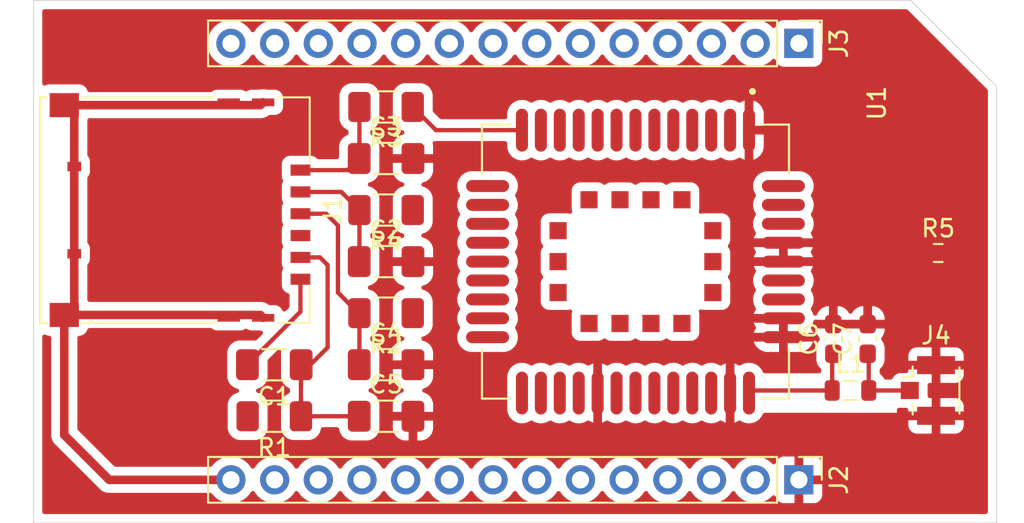
<source format=kicad_pcb>
(kicad_pcb (version 20211014) (generator pcbnew)
  (layers (0 "F.Cu" signal) (31 "B.Cu" signal) (34 "B.Paste" user) (35 "F.Paste" user) (36 "B.SilkS" user "B.Silkscreen") (37 "F.SilkS" user "F.Silkscreen") (38 "B.Mask" user) (39 "F.Mask" user) (44 "Edge.Cuts" user))
  (net 0 "")
  (net 2 "Net-(U1-Pad2)")
  (net 3 "GNDPWR")
  (net 16 "+3V3")
  (net 17 "SIM_VDD")
  (net 50 "GND")
  (net 51 "Net-(C2-Pad1)")
  (net 52 "Net-(C3-Pad1)")
  (net 53 "SIM_GND")
  (net 54 "Net-(C4-Pad1)")
  (net 55 "SIM_DATA")
  (net 56 "SIM_RST")
  (net 57 "SIM_CLK")
  (net 58 "ANTENNA")
  (net 59 "Net-(C7-Pad1)")
  (footprint "Resistor_SMD:R_0603_1608Metric_Pad0.98x0.95mm_HandSolder" (layer "F.Cu") (at 152.6 94.5)
    (fp_text reference "R5" (at 0 -1.43) (layer "F.SilkS"))
    (fp_text value "0R")
    (fp_line (start -0.254724 -0.5225) (end 0.254724 -0.5225) (layer "F.SilkS") (width 0.12))
    (fp_line (start -0.254724 0.5225) (end 0.254724 0.5225) (layer "F.SilkS") (width 0.12))
    (pad "1" smd roundrect (at -0.9125 0) (size 0.975 0.95) (layers "F.Cu" "F.Paste" "F.Mask") (net 58 "ANTENNA"))
    (pad "2" smd roundrect (at 0.9125 0) (size 0.975 0.95) (layers "F.Cu" "F.Paste" "F.Mask") (net 59 "Net-(C7-Pad1)"))
  )
  (footprint "Capacitor_SMD:C_1206_3216Metric_Pad1.33x1.80mm_HandSolder" (layer "F.Cu") (at 120.5 101)
    (fp_text reference "C4" (at 0 -1.85) (layer "F.SilkS"))
    (fp_text value "33pF")
    (fp_line (start -0.711252 0.91) (end 0.711252 0.91) (layer "F.SilkS") (width 0.12))
    (fp_line (start -0.711252 -0.91) (end 0.711252 -0.91) (layer "F.SilkS") (width 0.12))
    (pad "1" smd roundrect (at -1.5625 0) (size 1.325 1.8) (layers "F.Cu" "F.Paste" "F.Mask") (roundrect_rratio 0.188679) (net 54 "Net-(C4-Pad1)"))
    (pad "2" smd roundrect (at 1.5625 0) (size 1.325 1.8) (layers "F.Cu" "F.Paste" "F.Mask") (roundrect_rratio 0.188679) (net 50 "GND"))
  )
  (footprint "Resistor_SMD:R_1206_3216Metric_Pad1.30x1.75mm_HandSolder" (layer "F.Cu") (at 114 104 180)
    (fp_text reference "R1" (at 0 -1.82) (layer "F.SilkS"))
    (fp_text value "10k")
    (fp_line (start -0.727064 -0.91) (end 0.727064 -0.91) (layer "F.SilkS") (width 0.12))
    (fp_line (start -0.727064 0.91) (end 0.727064 0.91) (layer "F.SilkS") (width 0.12))
    (pad "1" smd roundrect (at -1.55 0 180) (size 1.3 1.75) (layers "F.Cu" "F.Paste" "F.Mask") (roundrect_rratio 0.192308) (net 17 "SIM_VDD"))
    (pad "2" smd roundrect (at 1.55 0 180) (size 1.3 1.75) (layers "F.Cu" "F.Paste" "F.Mask") (roundrect_rratio 0.192308) (net 55 "SIM_DATA"))
  )
  (footprint "Connector_Coaxial:U.FL_Hirose_U.FL-R-SMT-1_Vertical" (layer "F.Cu") (at 152 102.5)
    (fp_text reference "J4" (at 0.475 -3.2) (layer "F.SilkS"))
    (fp_text value "Conn_Coaxial")
    (fp_line (start -0.885 1.4) (end -0.885 0.76) (layer "F.SilkS") (width 0.12))
    (fp_line (start -0.885 -1.4) (end -0.885 -0.76) (layer "F.SilkS") (width 0.12))
    (fp_line (start -0.885 -0.76) (end -1.515 -0.76) (layer "F.SilkS") (width 0.12))
    (fp_line (start 1.835 -1.35) (end 1.835 1.35) (layer "F.SilkS") (width 0.12))
    (pad "1" smd rect (at -1.05 0) (size 1.05 1) (layers "F.Cu" "F.Paste" "F.Mask") (net 59 "Net-(C7-Pad1)"))
    (pad "2" smd rect (at 0.475 1.475) (size 2.2 1.05) (layers "F.Cu" "F.Paste" "F.Mask") (net 50 "GND"))
    (pad "2" smd rect (at 0.475 -1.475) (size 2.2 1.05) (layers "F.Cu" "F.Paste" "F.Mask") (net 50 "GND"))
  )
  (footprint "Resistor_SMD:R_1206_3216Metric_Pad1.30x1.75mm_HandSolder" (layer "F.Cu") (at 120.5 98 180)
    (fp_text reference "R2" (at 0 -1.82) (layer "F.SilkS"))
    (fp_text value "22R")
    (fp_line (start -0.727064 -0.91) (end 0.727064 -0.91) (layer "F.SilkS") (width 0.12))
    (fp_line (start -0.727064 0.91) (end 0.727064 0.91) (layer "F.SilkS") (width 0.12))
    (pad "1" smd roundrect (at -1.55 0 180) (size 1.3 1.75) (layers "F.Cu" "F.Paste" "F.Mask") (roundrect_rratio 0.192308) (net 56 "SIM_RST"))
    (pad "2" smd roundrect (at 1.55 0 180) (size 1.3 1.75) (layers "F.Cu" "F.Paste" "F.Mask") (roundrect_rratio 0.192308) (net 54 "Net-(C4-Pad1)"))
  )
  (footprint "Connector_PinHeader_2.54mm:PinHeader_1x14_P2.54mm_Vertical" (layer "F.Cu") (at 144.5 82.3 -90)
    (fp_text reference "J3" (at 0 -2.33 90) (layer "F.SilkS"))
    (fp_text value "West")
    (fp_line (start 1.33 1.27) (end 1.33 34.35) (layer "F.SilkS") (width 0.12))
    (fp_line (start -1.33 34.35) (end 1.33 34.35) (layer "F.SilkS") (width 0.12))
    (fp_line (start -1.33 -1.33) (end 0 -1.33) (layer "F.SilkS") (width 0.12))
    (fp_line (start -1.33 1.27) (end 1.33 1.27) (layer "F.SilkS") (width 0.12))
    (fp_line (start -1.33 0) (end -1.33 -1.33) (layer "F.SilkS") (width 0.12))
    (fp_line (start -1.33 1.27) (end -1.33 34.35) (layer "F.SilkS") (width 0.12))
    (pad "1" thru_hole rect (at 0 0 270) (size 1.7 1.7) (drill 1) (layers *.Cu *.Mask) (net 16 "+3V3"))
    (pad "2" thru_hole oval (at 0 2.54 270) (size 1.7 1.7) (drill 1) (layers *.Cu *.Mask))
    (pad "3" thru_hole oval (at 0 5.08 270) (size 1.7 1.7) (drill 1) (layers *.Cu *.Mask))
    (pad "4" thru_hole oval (at 0 7.62 270) (size 1.7 1.7) (drill 1) (layers *.Cu *.Mask))
    (pad "5" thru_hole oval (at 0 10.16 270) (size 1.7 1.7) (drill 1) (layers *.Cu *.Mask))
    (pad "6" thru_hole oval (at 0 12.7 270) (size 1.7 1.7) (drill 1) (layers *.Cu *.Mask))
    (pad "7" thru_hole oval (at 0 15.24 270) (size 1.7 1.7) (drill 1) (layers *.Cu *.Mask))
    (pad "8" thru_hole oval (at 0 17.78 270) (size 1.7 1.7) (drill 1) (layers *.Cu *.Mask))
    (pad "9" thru_hole oval (at 0 20.32 270) (size 1.7 1.7) (drill 1) (layers *.Cu *.Mask))
    (pad "10" thru_hole oval (at 0 22.86 270) (size 1.7 1.7) (drill 1) (layers *.Cu *.Mask))
    (pad "11" thru_hole oval (at 0 25.4 270) (size 1.7 1.7) (drill 1) (layers *.Cu *.Mask))
    (pad "12" thru_hole oval (at 0 27.94 270) (size 1.7 1.7) (drill 1) (layers *.Cu *.Mask))
    (pad "13" thru_hole oval (at 0 30.48 270) (size 1.7 1.7) (drill 1) (layers *.Cu *.Mask))
    (pad "14" thru_hole oval (at 0 33.02 270) (size 1.7 1.7) (drill 1) (layers *.Cu *.Mask))
  )
  (footprint "Inductor_SMD:L_0805_2012Metric" (layer "F.Cu") (at 147.5 102.5)
    (fp_text reference "L1" (at 0 -1.55) (layer "F.SilkS"))
    (fp_text value "L")
    (fp_line (start -0.399622 0.56) (end 0.399622 0.56) (layer "F.SilkS") (width 0.12))
    (fp_line (start -0.399622 -0.56) (end 0.399622 -0.56) (layer "F.SilkS") (width 0.12))
    (pad "1" smd roundrect (at -1.0625 0) (size 0.875 1.2) (layers "F.Cu" "F.Paste" "F.Mask") (net 58 "ANTENNA"))
    (pad "2" smd roundrect (at 1.0625 0) (size 0.875 1.2) (layers "F.Cu" "F.Paste" "F.Mask") (net 59 "Net-(C7-Pad1)"))
  )
  (footprint "Resistor_SMD:R_1206_3216Metric_Pad1.30x1.75mm_HandSolder" (layer "F.Cu") (at 120.5 92 180)
    (fp_text reference "R4" (at 0 -1.82) (layer "F.SilkS"))
    (fp_text value "22R")
    (fp_line (start -0.727064 0.91) (end 0.727064 0.91) (layer "F.SilkS") (width 0.12))
    (fp_line (start -0.727064 -0.91) (end 0.727064 -0.91) (layer "F.SilkS") (width 0.12))
    (pad "1" smd roundrect (at -1.55 0 180) (size 1.3 1.75) (layers "F.Cu" "F.Paste" "F.Mask") (roundrect_rratio 0.192308) (net 55 "SIM_DATA"))
    (pad "2" smd roundrect (at 1.55 0 180) (size 1.3 1.75) (layers "F.Cu" "F.Paste" "F.Mask") (roundrect_rratio 0.192308) (net 51 "Net-(C2-Pad1)"))
  )
  (footprint "Capacitor_SMD:C_1206_3216Metric_Pad1.33x1.80mm_HandSolder" (layer "F.Cu") (at 114 101 180)
    (fp_text reference "C1" (at 0 -1.85) (layer "F.SilkS"))
    (fp_text value "100nF")
    (fp_line (start -0.711252 -0.91) (end 0.711252 -0.91) (layer "F.SilkS") (width 0.12))
    (fp_line (start -0.711252 0.91) (end 0.711252 0.91) (layer "F.SilkS") (width 0.12))
    (pad "1" smd roundrect (at -1.5625 0 180) (size 1.325 1.8) (layers "F.Cu" "F.Paste" "F.Mask") (roundrect_rratio 0.188679) (net 17 "SIM_VDD"))
    (pad "2" smd roundrect (at 1.5625 0 180) (size 1.325 1.8) (layers "F.Cu" "F.Paste" "F.Mask") (roundrect_rratio 0.188679) (net 53 "SIM_GND"))
  )
  (footprint "Connector_PinHeader_2.54mm:PinHeader_1x14_P2.54mm_Vertical" (layer "F.Cu") (at 144.5 107.7 -90)
    (fp_text reference "J2" (at 0 -2.33 90) (layer "F.SilkS"))
    (fp_text value "East")
    (fp_line (start -1.33 0) (end -1.33 -1.33) (layer "F.SilkS") (width 0.12))
    (fp_line (start -1.33 1.27) (end -1.33 34.35) (layer "F.SilkS") (width 0.12))
    (fp_line (start 1.33 1.27) (end 1.33 34.35) (layer "F.SilkS") (width 0.12))
    (fp_line (start -1.33 1.27) (end 1.33 1.27) (layer "F.SilkS") (width 0.12))
    (fp_line (start -1.33 -1.33) (end 0 -1.33) (layer "F.SilkS") (width 0.12))
    (fp_line (start -1.33 34.35) (end 1.33 34.35) (layer "F.SilkS") (width 0.12))
    (pad "1" thru_hole rect (at 0 0 270) (size 1.7 1.7) (drill 1) (layers *.Cu *.Mask) (net 50 "GND"))
    (pad "2" thru_hole oval (at 0 2.54 270) (size 1.7 1.7) (drill 1) (layers *.Cu *.Mask))
    (pad "3" thru_hole oval (at 0 5.08 270) (size 1.7 1.7) (drill 1) (layers *.Cu *.Mask))
    (pad "4" thru_hole oval (at 0 7.62 270) (size 1.7 1.7) (drill 1) (layers *.Cu *.Mask))
    (pad "5" thru_hole oval (at 0 10.16 270) (size 1.7 1.7) (drill 1) (layers *.Cu *.Mask))
    (pad "6" thru_hole oval (at 0 12.7 270) (size 1.7 1.7) (drill 1) (layers *.Cu *.Mask))
    (pad "7" thru_hole oval (at 0 15.24 270) (size 1.7 1.7) (drill 1) (layers *.Cu *.Mask))
    (pad "8" thru_hole oval (at 0 17.78 270) (size 1.7 1.7) (drill 1) (layers *.Cu *.Mask))
    (pad "9" thru_hole oval (at 0 20.32 270) (size 1.7 1.7) (drill 1) (layers *.Cu *.Mask))
    (pad "10" thru_hole oval (at 0 22.86 270) (size 1.7 1.7) (drill 1) (layers *.Cu *.Mask))
    (pad "11" thru_hole oval (at 0 25.4 270) (size 1.7 1.7) (drill 1) (layers *.Cu *.Mask))
    (pad "12" thru_hole oval (at 0 27.94 270) (size 1.7 1.7) (drill 1) (layers *.Cu *.Mask))
    (pad "13" thru_hole oval (at 0 30.48 270) (size 1.7 1.7) (drill 1) (layers *.Cu *.Mask))
    (pad "14" thru_hole oval (at 0 33.02 270) (size 1.7 1.7) (drill 1) (layers *.Cu *.Mask) (net 3 "GNDPWR"))
  )
  (footprint "Capacitor_SMD:C_0603_1608Metric_Pad1.08x0.95mm_HandSolder" (layer "F.Cu") (at 146.5 99.5 90)
    (fp_text reference "C6" (at 0 -1.43 90) (layer "F.SilkS"))
    (fp_text value "0F")
    (fp_line (start -0.146267 0.51) (end 0.146267 0.51) (layer "F.SilkS") (width 0.12))
    (fp_line (start -0.146267 -0.51) (end 0.146267 -0.51) (layer "F.SilkS") (width 0.12))
    (pad "1" smd roundrect (at -0.8625 0 90) (size 1.075 0.95) (layers "F.Cu" "F.Paste" "F.Mask") (net 58 "ANTENNA"))
    (pad "2" smd roundrect (at 0.8625 0 90) (size 1.075 0.95) (layers "F.Cu" "F.Paste" "F.Mask") (net 50 "GND"))
  )
  (footprint "Capacitor_SMD:C_1206_3216Metric_Pad1.33x1.80mm_HandSolder" (layer "F.Cu") (at 120.5 104)
    (fp_text reference "C5" (at 0 -1.85) (layer "F.SilkS"))
    (fp_text value "33pF")
    (fp_line (start -0.711252 0.91) (end 0.711252 0.91) (layer "F.SilkS") (width 0.12))
    (fp_line (start -0.711252 -0.91) (end 0.711252 -0.91) (layer "F.SilkS") (width 0.12))
    (pad "1" smd roundrect (at -1.5625 0) (size 1.325 1.8) (layers "F.Cu" "F.Paste" "F.Mask") (roundrect_rratio 0.188679) (net 17 "SIM_VDD"))
    (pad "2" smd roundrect (at 1.5625 0) (size 1.325 1.8) (layers "F.Cu" "F.Paste" "F.Mask") (roundrect_rratio 0.188679) (net 50 "GND"))
  )
  (footprint "Connector_Card:microSIM_JAE_SF53S006VCBR2000" (layer "F.Cu") (at 108.9 92 -90)
    (fp_text reference "J1" (at 0 -8.5 90) (layer "F.SilkS"))
    (fp_text value "SIM_Card_Shielded")
    (fp_line (start -6.56 -7.16) (end -2.8 -7.16) (layer "F.SilkS") (width 0.12))
    (fp_line (start -6.56 6.1) (end -6.56 -1.6) (layer "F.SilkS") (width 0.12))
    (fp_line (start -6.56 8.1) (end -6.56 8.51) (layer "F.SilkS") (width 0.12))
    (fp_line (start 6.56 8.1) (end 6.56 8.51) (layer "F.SilkS") (width 0.12))
    (fp_line (start 4.45 -7.16) (end 6.56 -7.16) (layer "F.SilkS") (width 0.12))
    (fp_line (start -6.56 -5.3) (end -6.56 -7.16) (layer "F.SilkS") (width 0.12))
    (fp_line (start 6.56 6.1) (end 6.56 -1.6) (layer "F.SilkS") (width 0.12))
    (fp_line (start -6.56 8.51) (end 6.56 8.51) (layer "F.SilkS") (width 0.12))
    (fp_line (start 6.56 -5.3) (end 6.56 -7.16) (layer "F.SilkS") (width 0.12))
    (pad "1" smd rect (at 2.755 -6.62 270) (size 0.65 1.15) (layers "F.Cu" "F.Paste" "F.Mask") (net 17 "SIM_VDD"))
    (pad "2" smd rect (at 0.215 -6.62 270) (size 0.65 1.15) (layers "F.Cu" "F.Paste" "F.Mask") (net 54 "Net-(C4-Pad1)"))
    (pad "3" smd rect (at -2.325 -6.62 270) (size 0.65 1.15) (layers "F.Cu" "F.Paste" "F.Mask") (net 52 "Net-(C3-Pad1)"))
    (pad "5" smd rect (at 4.025 -6.62 270) (size 0.65 1.15) (layers "F.Cu" "F.Paste" "F.Mask") (net 53 "SIM_GND"))
    (pad "6" smd rect (at 1.485 -6.62 270) (size 0.65 1.15) (layers "F.Cu" "F.Paste" "F.Mask"))
    (pad "7" smd rect (at -1.055 -6.62 270) (size 0.65 1.15) (layers "F.Cu" "F.Paste" "F.Mask") (net 51 "Net-(C2-Pad1)"))
    (pad "SH" smd rect (at 2.545 6.53 270) (size 0.54 0.8) (layers "F.Cu" "F.Paste" "F.Mask") (net 3 "GNDPWR"))
    (pad "SH" smd rect (at -2.535 6.53 270) (size 0.54 0.8) (layers "F.Cu" "F.Paste" "F.Mask") (net 3 "GNDPWR"))
    (pad "SH" smd rect (at 6.27 -4.45 270) (size 0.45 1.3) (layers "F.Cu" "F.Paste" "F.Mask") (net 3 "GNDPWR"))
    (pad "SH" smd rect (at -6.105 7.11 270) (size 1.4 1.7) (layers "F.Cu" "F.Paste" "F.Mask") (net 3 "GNDPWR"))
    (pad "SH" smd rect (at -6.27 -4.45 270) (size 0.45 1.3) (layers "F.Cu" "F.Paste" "F.Mask") (net 3 "GNDPWR"))
    (pad "SH" smd rect (at 6.27 -2.45 270) (size 0.45 1.3) (layers "F.Cu" "F.Paste" "F.Mask") (net 3 "GNDPWR"))
    (pad "SH" smd rect (at 6.105 7.11 270) (size 1.4 1.7) (layers "F.Cu" "F.Paste" "F.Mask") (net 3 "GNDPWR"))
    (pad "SH" smd rect (at -6.27 -2.45 270) (size 0.45 1.3) (layers "F.Cu" "F.Paste" "F.Mask") (net 3 "GNDPWR"))
  )
  (footprint "Capacitor_SMD:C_1206_3216Metric_Pad1.33x1.80mm_HandSolder" (layer "F.Cu") (at 120.5 95)
    (fp_text reference "C2" (at 0 -1.85) (layer "F.SilkS"))
    (fp_text value "33pF")
    (fp_line (start -0.711252 -0.91) (end 0.711252 -0.91) (layer "F.SilkS") (width 0.12))
    (fp_line (start -0.711252 0.91) (end 0.711252 0.91) (layer "F.SilkS") (width 0.12))
    (pad "1" smd roundrect (at -1.5625 0) (size 1.325 1.8) (layers "F.Cu" "F.Paste" "F.Mask") (roundrect_rratio 0.188679) (net 51 "Net-(C2-Pad1)"))
    (pad "2" smd roundrect (at 1.5625 0) (size 1.325 1.8) (layers "F.Cu" "F.Paste" "F.Mask") (roundrect_rratio 0.188679) (net 50 "GND"))
  )
  (footprint "Capacitor_SMD:C_0603_1608Metric_Pad1.08x0.95mm_HandSolder" (layer "F.Cu") (at 148.5 99.5 90)
    (fp_text reference "C7" (at 0 -1.43 90) (layer "F.SilkS"))
    (fp_text value "0F")
    (fp_line (start -0.146267 -0.51) (end 0.146267 -0.51) (layer "F.SilkS") (width 0.12))
    (fp_line (start -0.146267 0.51) (end 0.146267 0.51) (layer "F.SilkS") (width 0.12))
    (pad "1" smd roundrect (at -0.8625 0 90) (size 1.075 0.95) (layers "F.Cu" "F.Paste" "F.Mask") (net 59 "Net-(C7-Pad1)"))
    (pad "2" smd roundrect (at 0.8625 0 90) (size 1.075 0.95) (layers "F.Cu" "F.Paste" "F.Mask") (net 50 "GND"))
  )
  (footprint "Capacitor_SMD:C_1206_3216Metric_Pad1.33x1.80mm_HandSolder" (layer "F.Cu") (at 120.5 89)
    (fp_text reference "C3" (at 0 -1.85) (layer "F.SilkS"))
    (fp_text value "33pF")
    (fp_line (start -0.711252 0.91) (end 0.711252 0.91) (layer "F.SilkS") (width 0.12))
    (fp_line (start -0.711252 -0.91) (end 0.711252 -0.91) (layer "F.SilkS") (width 0.12))
    (pad "1" smd roundrect (at -1.5625 0) (size 1.325 1.8) (layers "F.Cu" "F.Paste" "F.Mask") (roundrect_rratio 0.188679) (net 52 "Net-(C3-Pad1)"))
    (pad "2" smd roundrect (at 1.5625 0) (size 1.325 1.8) (layers "F.Cu" "F.Paste" "F.Mask") (roundrect_rratio 0.188679) (net 50 "GND"))
  )
  (footprint "Resistor_SMD:R_1206_3216Metric_Pad1.30x1.75mm_HandSolder" (layer "F.Cu") (at 120.5 86 180)
    (fp_text reference "R3" (at 0 -1.82) (layer "F.SilkS"))
    (fp_text value "22R")
    (fp_line (start -0.727064 -0.91) (end 0.727064 -0.91) (layer "F.SilkS") (width 0.12))
    (fp_line (start -0.727064 0.91) (end 0.727064 0.91) (layer "F.SilkS") (width 0.12))
    (pad "1" smd roundrect (at -1.55 0 180) (size 1.3 1.75) (layers "F.Cu" "F.Paste" "F.Mask") (roundrect_rratio 0.192308) (net 57 "SIM_CLK"))
    (pad "2" smd roundrect (at 1.55 0 180) (size 1.3 1.75) (layers "F.Cu" "F.Paste" "F.Mask") (roundrect_rratio 0.192308) (net 52 "Net-(C3-Pad1)"))
  )
  (footprint "footprints:XCVR_BC66NB-04-STD" (layer "F.Cu") (at 135 95 -90)
    (fp_text reference "U1" (at -9.225 -14.035 -90) (layer "F.SilkS"))
    (fp_text value "BC66NB-04-STD")
    (fp_line (start -7.975 7.3) (end -7.975 8.925) (layer "F.SilkS") (width 0.127))
    (fp_line (start -7.975 8.925) (end -5.1 8.925) (layer "F.SilkS") (width 0.127))
    (fp_line (start 5.1 8.925) (end 7.975 8.925) (layer "F.SilkS") (width 0.127))
    (fp_line (start 5.1 -8.925) (end 7.975 -8.925) (layer "F.SilkS") (width 0.127))
    (fp_line (start -7.975 -8.925) (end -7.975 -7.3) (layer "F.SilkS") (width 0.127))
    (fp_line (start 7.975 8.925) (end 7.975 7.3) (layer "F.SilkS") (width 0.127))
    (fp_line (start 7.975 -8.925) (end 7.975 -7.3) (layer "F.SilkS") (width 0.127))
    (fp_line (start -5.1 -8.925) (end -7.975 -8.925) (layer "F.SilkS") (width 0.127))
    (fp_circle (center -9.9 -6.8) (end -9.8 -6.8) (layer "F.SilkS") (width 0.2) (fill none))
    (pad "1" smd oval locked (at -7.65 -6.6 270) (size 2.5 0.7) (layers "F.Cu" "F.Mask") (net 50 "GND"))
    (pad "2" smd oval locked (at -7.65 -5.5 270) (size 2.5 0.7) (layers "F.Cu" "F.Mask") (net 2 "Net-(U1-Pad2)"))
    (pad "3" smd oval locked (at -7.65 -4.4 270) (size 2.5 0.7) (layers "F.Cu" "F.Mask") (net 2 "Net-(U1-Pad2)"))
    (pad "4" smd oval locked (at -7.65 -3.3 270) (size 2.5 0.7) (layers "F.Cu" "F.Mask") (net 2 "Net-(U1-Pad2)"))
    (pad "5" smd oval locked (at -7.65 -2.2 270) (size 2.5 0.7) (layers "F.Cu" "F.Mask") (net 2 "Net-(U1-Pad2)"))
    (pad "6" smd oval locked (at -7.65 -1.1 270) (size 2.5 0.7) (layers "F.Cu" "F.Mask") (net 2 "Net-(U1-Pad2)"))
    (pad "7" smd oval locked (at -7.65 0 270) (size 2.5 0.7) (layers "F.Cu" "F.Mask"))
    (pad "8" smd oval locked (at -7.65 1.1 270) (size 2.5 0.7) (layers "F.Cu" "F.Mask") (net 2 "Net-(U1-Pad2)"))
    (pad "9" smd oval locked (at -7.65 2.2 270) (size 2.5 0.7) (layers "F.Cu" "F.Mask"))
    (pad "10" smd oval locked (at -7.65 3.3 270) (size 2.5 0.7) (layers "F.Cu" "F.Mask") (net 53 "SIM_GND"))
    (pad "11" smd oval locked (at -7.65 4.4 270) (size 2.5 0.7) (layers "F.Cu" "F.Mask") (net 55 "SIM_DATA"))
    (pad "12" smd oval locked (at -7.65 5.5 270) (size 2.5 0.7) (layers "F.Cu" "F.Mask") (net 56 "SIM_RST"))
    (pad "13" smd oval locked (at -7.65 6.6 270) (size 2.5 0.7) (layers "F.Cu" "F.Mask") (net 57 "SIM_CLK"))
    (pad "14" smd oval locked (at -4.4 8.6 270) (size 0.7 2.5) (layers "F.Cu" "F.Mask") (net 17 "SIM_VDD"))
    (pad "15" smd oval locked (at -3.3 8.6 270) (size 0.7 2.5) (layers "F.Cu" "F.Mask"))
    (pad "16" smd oval locked (at -2.2 8.6 270) (size 0.7 2.5) (layers "F.Cu" "F.Mask"))
    (pad "17" smd oval locked (at -1.1 8.6 270) (size 0.7 2.5) (layers "F.Cu" "F.Mask"))
    (pad "18" smd oval locked (at 0 8.6 270) (size 0.7 2.5) (layers "F.Cu" "F.Mask"))
    (pad "19" smd oval locked (at 1.1 8.6 270) (size 0.7 2.5) (layers "F.Cu" "F.Mask"))
    (pad "20" smd oval locked (at 2.2 8.6 270) (size 0.7 2.5) (layers "F.Cu" "F.Mask"))
    (pad "21" smd oval locked (at 3.3 8.6 270) (size 0.7 2.5) (layers "F.Cu" "F.Mask") (net 2 "Net-(U1-Pad2)"))
    (pad "22" smd oval locked (at 4.4 8.6 270) (size 0.7 2.5) (layers "F.Cu" "F.Mask") (net 2 "Net-(U1-Pad2)"))
    (pad "23" smd oval locked (at 7.65 6.6 270) (size 2.5 0.7) (layers "F.Cu" "F.Mask") (net 2 "Net-(U1-Pad2)"))
    (pad "24" smd oval locked (at 7.65 5.5 270) (size 2.5 0.7) (layers "F.Cu" "F.Mask"))
    (pad "25" smd oval locked (at 7.65 4.4 270) (size 2.5 0.7) (layers "F.Cu" "F.Mask") (net 2 "Net-(U1-Pad2)"))
    (pad "26" smd oval locked (at 7.65 3.3 270) (size 2.5 0.7) (layers "F.Cu" "F.Mask") (net 2 "Net-(U1-Pad2)"))
    (pad "27" smd oval locked (at 7.65 2.2 270) (size 2.5 0.7) (layers "F.Cu" "F.Mask") (net 50 "GND"))
    (pad "28" smd oval locked (at 7.65 1.1 270) (size 2.5 0.7) (layers "F.Cu" "F.Mask"))
    (pad "29" smd oval locked (at 7.65 0 270) (size 2.5 0.7) (layers "F.Cu" "F.Mask"))
    (pad "30" smd oval locked (at 7.65 -1.1 270) (size 2.5 0.7) (layers "F.Cu" "F.Mask") (net 2 "Net-(U1-Pad2)"))
    (pad "31" smd oval locked (at 7.65 -2.2 270) (size 2.5 0.7) (layers "F.Cu" "F.Mask") (net 2 "Net-(U1-Pad2)"))
    (pad "32" smd oval locked (at 7.65 -3.3 270) (size 2.5 0.7) (layers "F.Cu" "F.Mask") (net 2 "Net-(U1-Pad2)"))
    (pad "33" smd oval locked (at 7.65 -4.4 270) (size 2.5 0.7) (layers "F.Cu" "F.Mask") (net 2 "Net-(U1-Pad2)"))
    (pad "34" smd oval locked (at 7.65 -5.5 270) (size 2.5 0.7) (layers "F.Cu" "F.Mask") (net 50 "GND"))
    (pad "35" smd oval locked (at 7.65 -6.6 270) (size 2.5 0.7) (layers "F.Cu" "F.Mask") (net 58 "ANTENNA"))
    (pad "36" smd oval locked (at 4.4 -8.6 270) (size 0.7 2.5) (layers "F.Cu" "F.Mask") (net 50 "GND"))
    (pad "37" smd oval locked (at 3.3 -8.6 270) (size 0.7 2.5) (layers "F.Cu" "F.Mask") (net 50 "GND"))
    (pad "38" smd oval locked (at 2.2 -8.6 270) (size 0.7 2.5) (layers "F.Cu" "F.Mask"))
    (pad "39" smd oval locked (at 1.1 -8.6 270) (size 0.7 2.5) (layers "F.Cu" "F.Mask"))
    (pad "40" smd oval locked (at 0 -8.6 270) (size 0.7 2.5) (layers "F.Cu" "F.Mask") (net 50 "GND"))
    (pad "41" smd oval locked (at -1.1 -8.6 270) (size 0.7 2.5) (layers "F.Cu" "F.Mask") (net 50 "GND"))
    (pad "42" smd oval locked (at -2.2 -8.6 270) (size 0.7 2.5) (layers "F.Cu" "F.Mask"))
    (pad "43" smd oval locked (at -3.3 -8.6 270) (size 0.7 2.5) (layers "F.Cu" "F.Mask"))
    (pad "44" smd oval locked (at -4.4 -8.6 270) (size 0.7 2.5) (layers "F.Cu" "F.Mask") (net 2 "Net-(U1-Pad2)"))
    (pad "45" smd rect locked (at -3.6 -2.7 270) (size 1 1) (layers "F.Cu" "F.Mask") (net 2 "Net-(U1-Pad2)"))
    (pad "46" smd rect locked (at -3.6 -0.9 270) (size 1 1) (layers "F.Cu" "F.Mask") (net 2 "Net-(U1-Pad2)"))
    (pad "47" smd rect locked (at -3.6 0.9 270) (size 1 1) (layers "F.Cu" "F.Mask"))
    (pad "48" smd rect locked (at -3.6 2.7 270) (size 1 1) (layers "F.Cu" "F.Mask") (net 2 "Net-(U1-Pad2)"))
    (pad "49" smd rect locked (at -1.8 4.5 270) (size 1 1) (layers "F.Cu" "F.Mask"))
    (pad "50" smd rect locked (at 0 4.5 270) (size 1 1) (layers "F.Cu" "F.Mask"))
    (pad "51" smd rect locked (at 1.8 4.5 270) (size 1 1) (layers "F.Cu" "F.Mask"))
    (pad "52" smd rect locked (at 3.6 2.7 270) (size 1 1) (layers "F.Cu" "F.Mask") (net 2 "Net-(U1-Pad2)"))
    (pad "53" smd rect locked (at 3.6 0.9 270) (size 1 1) (layers "F.Cu" "F.Mask") (net 2 "Net-(U1-Pad2)"))
    (pad "54" smd rect locked (at 3.6 -0.9 270) (size 1 1) (layers "F.Cu" "F.Mask") (net 2 "Net-(U1-Pad2)"))
    (pad "55" smd rect locked (at 3.6 -2.7 270) (size 1 1) (layers "F.Cu" "F.Mask") (net 2 "Net-(U1-Pad2)"))
    (pad "56" smd rect locked (at 1.8 -4.5 270) (size 1 1) (layers "F.Cu" "F.Mask") (net 2 "Net-(U1-Pad2)"))
    (pad "57" smd rect locked (at 0 -4.5 270) (size 1 1) (layers "F.Cu" "F.Mask") (net 2 "Net-(U1-Pad2)"))
    (pad "58" smd rect locked (at -1.8 -4.5 270) (size 1 1) (layers "F.Cu" "F.Mask") (net 2 "Net-(U1-Pad2)"))
  )
  (gr_line (start 156 110.2) (end 156 84.8) (layer "Edge.Cuts") (width 0.05))
  (gr_line (start 100 110.2) (end 100 79.8) (layer "Edge.Cuts") (width 0.05))
  (gr_line (start 151 79.8) (end 156 84.8) (layer "Edge.Cuts") (width 0.05))
  (gr_line (start 100 110.2) (end 156 110.2) (layer "Edge.Cuts") (width 0.05))
  (gr_line (start 100 79.8) (end 151 79.8) (layer "Edge.Cuts") (width 0.05))
  (segment (start 101.79 85.895) (end 113.185 85.895) (width 0.5) (layer "F.Cu") (net 3))
  (segment (start 102.37 86.475) (end 101.79 85.895) (width 0.5) (layer "F.Cu") (net 3))
  (segment (start 101.79 105.09) (end 103.2 106.5) (width 0.5) (layer "F.Cu") (net 3))
  (segment (start 101.79 98.105) (end 113.185 98.105) (width 0.5) (layer "F.Cu") (net 3))
  (segment (start 113.185 85.895) (end 113.35 85.73) (width 0.5) (layer "F.Cu") (net 3))
  (segment (start 113.185 98.105) (end 113.35 98.27) (width 0.5) (layer "F.Cu") (net 3))
  (segment (start 102.37 89.465) (end 102.37 86.475) (width 0.5) (layer "F.Cu") (net 3))
  (segment (start 102.37 94.545) (end 102.37 89.465) (width 0.5) (layer "F.Cu") (net 3))
  (segment (start 101.79 98.105) (end 101.79 105.09) (width 0.5) (layer "F.Cu") (net 3))
  (segment (start 102.37 97.525) (end 101.79 98.105) (width 0.5) (layer "F.Cu") (net 3))
  (segment (start 102.37 94.545) (end 102.37 97.525) (width 0.5) (layer "F.Cu") (net 3))
  (segment (start 111.48 107.7) (end 104.4 107.7) (width 0.5) (layer "F.Cu") (net 3))
  (segment (start 104.4 107.7) (end 103.2 106.5) (width 0.5) (layer "F.Cu") (net 3))
  (segment (start 115.52 94.755) (end 116.655 94.755) (width 0.25) (layer "F.Cu") (net 17))
  (segment (start 115.55 101.0125) (end 115.5625 101) (width 0.25) (layer "F.Cu") (net 17))
  (segment (start 115.55 104) (end 118.9375 104) (width 0.25) (layer "F.Cu") (net 17))
  (segment (start 115.55 104) (end 115.55 101.0125) (width 0.25) (layer "F.Cu") (net 17))
  (segment (start 117.1 100) (end 116.1 101) (width 0.25) (layer "F.Cu") (net 17))
  (segment (start 116.1 101) (end 115.5625 101) (width 0.25) (layer "F.Cu") (net 17))
  (segment (start 116.655 94.755) (end 117.1 95.2) (width 0.25) (layer "F.Cu") (net 17))
  (segment (start 117.1 95.2) (end 117.1 100) (width 0.25) (layer "F.Cu") (net 17))
  (segment (start 118.95 94.9875) (end 118.9375 95) (width 0.25) (layer "F.Cu") (net 51))
  (segment (start 117.895 90.945) (end 118.95 92) (width 0.25) (layer "F.Cu") (net 51))
  (segment (start 115.52 90.945) (end 117.895 90.945) (width 0.25) (layer "F.Cu") (net 51))
  (segment (start 118.95 92) (end 118.95 94.9875) (width 0.25) (layer "F.Cu") (net 51))
  (segment (start 118.2625 89.675) (end 118.9375 89) (width 0.25) (layer "F.Cu") (net 52))
  (segment (start 118.95 88.9875) (end 118.9375 89) (width 0.25) (layer "F.Cu") (net 52))
  (segment (start 118.95 86) (end 118.95 88.9875) (width 0.25) (layer "F.Cu") (net 52))
  (segment (start 115.52 89.675) (end 118.2625 89.675) (width 0.25) (layer "F.Cu") (net 52))
  (segment (start 115.52 96.025) (end 115.52 97.9175) (width 0.25) (layer "F.Cu") (net 53))
  (segment (start 115.52 97.9175) (end 112.4375 101) (width 0.25) (layer "F.Cu") (net 53))
  (segment (start 117.7 96.8) (end 117.7 92.9) (width 0.25) (layer "F.Cu") (net 54))
  (segment (start 117.015 92.215) (end 115.52 92.215) (width 0.25) (layer "F.Cu") (net 54))
  (segment (start 118.95 98) (end 118.9 98) (width 0.25) (layer "F.Cu") (net 54))
  (segment (start 118.9 98) (end 117.7 96.8) (width 0.25) (layer "F.Cu") (net 54))
  (segment (start 118.95 98) (end 118.95 100.9875) (width 0.25) (layer "F.Cu") (net 54))
  (segment (start 117.7 92.9) (end 117.015 92.215) (width 0.25) (layer "F.Cu") (net 54))
  (segment (start 118.95 100.9875) (end 118.9375 101) (width 0.25) (layer "F.Cu") (net 54))
  (segment (start 122.05 86) (end 123.4 87.35) (width 0.25) (layer "F.Cu") (net 57))
  (segment (start 123.4 87.35) (end 128.4 87.35) (width 0.25) (layer "F.Cu") (net 57))
  (segment (start 146.4375 102.5) (end 146.4375 100.425) (width 0.25) (layer "F.Cu") (net 58))
  (segment (start 141.75 102.5) (end 141.6 102.65) (width 0.25) (layer "F.Cu") (net 58))
  (segment (start 146.4375 100.425) (end 146.5 100.3625) (width 0.25) (layer "F.Cu") (net 58))
  (segment (start 146.4375 102.5) (end 141.75 102.5) (width 0.25) (layer "F.Cu") (net 58))
  (segment (start 148.5625 100.425) (end 148.5 100.3625) (width 0.25) (layer "F.Cu") (net 59))
  (segment (start 148.5625 102.5) (end 148.5625 100.425) (width 0.25) (layer "F.Cu") (net 59))
  (segment (start 148.5625 102.5) (end 150.95 102.5) (width 0.25) (layer "F.Cu") (net 59))
  (zone (net 0) (net_name "") (layer "F.Cu") (connect_pads (clearance 0)) (min_thickness 0.254)
    (keepout (tracks not_allowed) (vias not_allowed) (pads not_allowed) (copperpour not_allowed) (footprints allowed))
    (fill (thermal_gap 0.508) (thermal_bridge_width 0.508))
    (polygon (pts (xy 145.7 102.1) (xy 142.2 102.1) (xy 142.2 101.5) (xy 145.7 101.5)))
  )
  (zone (net 50) (net_name "GND") (layer "F.Cu") (connect_pads (clearance 0.508)) (min_thickness 0.254) (fill yes (thermal_gap 0.508) (thermal_bridge_width 0.508))
    (polygon (pts (xy 156 84.8) (xy 156 110.2) (xy 100 110.2) (xy 100 79.8) (xy 151 79.8)))
  )
  (zone (net 0) (net_name "") (layer "F.Cu") (connect_pads (clearance 0)) (min_thickness 0.254)
    (keepout (tracks not_allowed) (vias not_allowed) (pads not_allowed) (copperpour not_allowed) (footprints allowed))
    (fill (thermal_gap 0.508) (thermal_bridge_width 0.508))
    (polygon (pts (xy 150.2 103.8) (xy 142.2 103.8) (xy 142.2 103.1) (xy 150.2 103.1)))
  )
)
</source>
